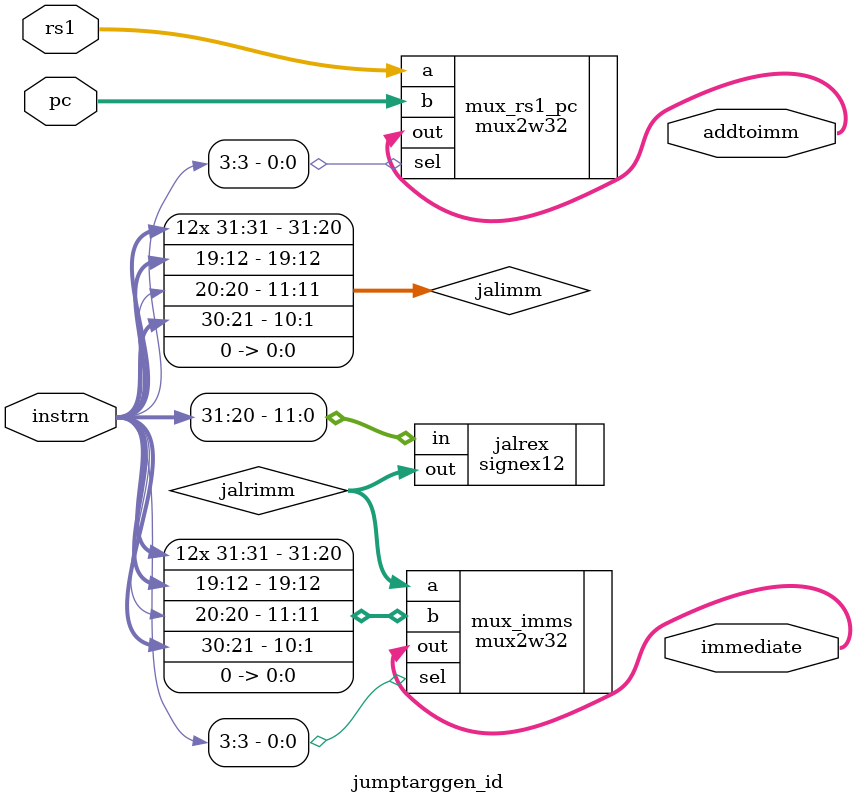
<source format=v>
module jumptarggen_id(
immediate,
addtoimm,
rs1,
pc,
instrn
);
//input
input wire [31:0] pc;
input wire [31:0] rs1;
input wire [31:0] instrn; 
//muxed intermediates
wire [31:0] jalrimm;
wire [31:0] jalimm;
//added intermediates
output wire [31:0] immediate;
output wire [31:0] addtoimm;

//jal imm [0] = 0 always
buf(jalimm[0],0);
//jal imm [10:1] = instrn [21:30] 
buf(jalimm[1],instrn[21]);
buf(jalimm[2],instrn[22]);
buf(jalimm[3],instrn[23]);
buf(jalimm[4],instrn[24]);
buf(jalimm[5],instrn[25]);
buf(jalimm[6],instrn[26]);
buf(jalimm[7],instrn[27]);
buf(jalimm[8],instrn[28]);
buf(jalimm[9],instrn[29]);
buf(jalimm[10],instrn[30]);

//jal imm [11] = instrn [20] 
buf(jalimm[11],instrn[20]);

//jal imm [19:12] = instrn [19:12] 
buf(jalimm[12],instrn[12]);
buf(jalimm[13],instrn[13]);
buf(jalimm[14],instrn[14]);
buf(jalimm[15],instrn[15]);
buf(jalimm[16],instrn[16]);
buf(jalimm[17],instrn[17]);
buf(jalimm[18],instrn[18]);
buf(jalimm[19],instrn[19]);

//jal imm [20] = instrn [31] 
buf(jalimm[20],instrn[31]);

//sign extend
buf(jalimm[21],instrn[31]);
buf(jalimm[22],instrn[31]);
buf(jalimm[23],instrn[31]);
buf(jalimm[24],instrn[31]);
buf(jalimm[25],instrn[31]);
buf(jalimm[26],instrn[31]);
buf(jalimm[27],instrn[31]);
buf(jalimm[28],instrn[31]);
buf(jalimm[29],instrn[31]);
buf(jalimm[30],instrn[31]);
buf(jalimm[31],instrn[31]);

mux2w32 mux_rs1_pc(
	.a(rs1),
	.b(pc),
	.out(addtoimm),
	.sel(instrn[3])
);
mux2w32 mux_imms(
	.a(jalrimm),
	.b(jalimm),
	.out(immediate),
	.sel(instrn[3])
);
signex12 jalrex(
	.in(instrn[31:20]),
	.out(jalrimm)
);
endmodule

</source>
